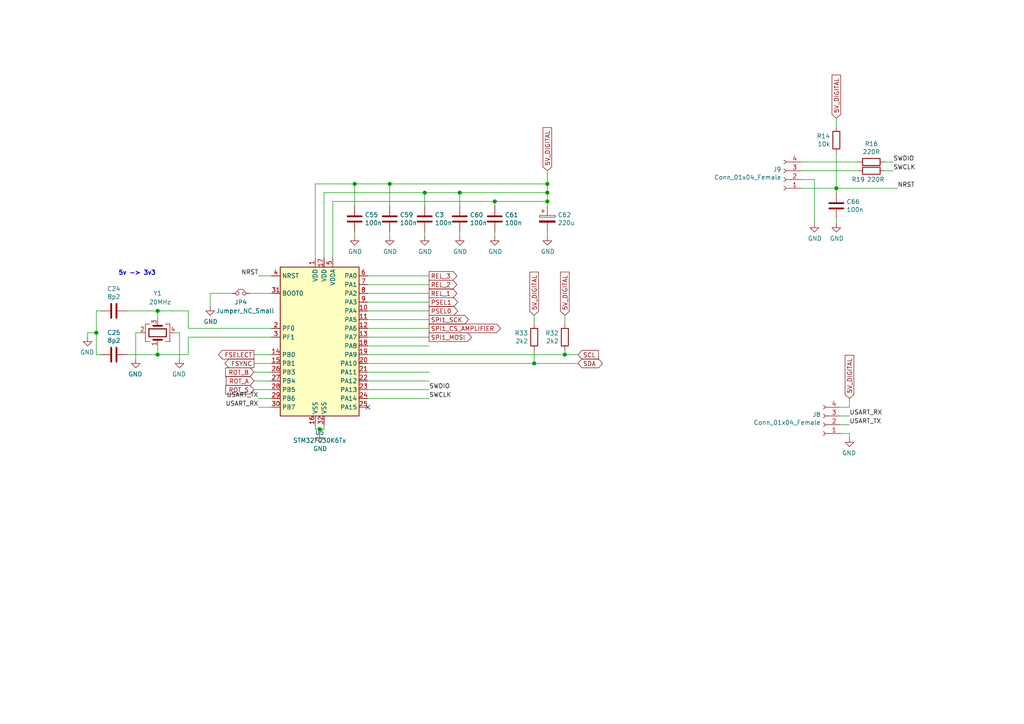
<source format=kicad_sch>
(kicad_sch (version 20231120) (generator "eeschema") (generator_version "8.0")
  (paper "A4")
  (lib_symbols
    (symbol "Connector:Conn_01x04_Female" (pin_names (offset 1.016) hide)
      (property "Reference" "J" (at 0 5.08 0))
      (property "Value" "Conn_01x04_Female" (at 0 -7.62 0))
      (symbol "Conn_01x04_Female_1_1"
        (arc (start 0 -4.572) (mid -0.5058 -5.08) (end 0 -5.588) (stroke (width 0.1524)))
        (arc (start 0 -2.032) (mid -0.5058 -2.54) (end 0 -3.048) (stroke (width 0.1524)))
        (polyline (pts (xy -1.27 -5.08) (xy -0.508 -5.08)) (stroke (width 0.1524)))
        (polyline (pts (xy -1.27 -2.54) (xy -0.508 -2.54)) (stroke (width 0.1524)))
        (polyline (pts (xy -1.27 0) (xy -0.508 0)) (stroke (width 0.1524)))
        (polyline (pts (xy -1.27 2.54) (xy -0.508 2.54)) (stroke (width 0.1524)))
        (arc (start 0 0.508) (mid -0.5058 0) (end 0 -0.508) (stroke (width 0.1524)))
        (arc (start 0 3.048) (mid -0.5058 2.54) (end 0 2.032) (stroke (width 0.1524)))
        (pin passive line (at -5.08 2.54 0) (length 3.81) (name "Pin_1") (number "1"))
        (pin passive line (at -5.08 0 0) (length 3.81) (name "Pin_2") (number "2"))
        (pin passive line (at -5.08 -2.54 0) (length 3.81) (name "Pin_3") (number "3"))
        (pin passive line (at -5.08 -5.08 0) (length 3.81) (name "Pin_4") (number "4"))
      )
    )
    (symbol "Device:C" (pin_numbers hide) (pin_names (offset 0.254))
      (property "Reference" "C" (at 0.635 2.54 0))
      (property "Value" "C" (at 0.635 -2.54 0))
      (symbol "C_0_1"
        (polyline (pts (xy -2.032 -0.762) (xy 2.032 -0.762)) (stroke (width 0.508)))
        (polyline (pts (xy -2.032 0.762) (xy 2.032 0.762)) (stroke (width 0.508)))
      )
      (symbol "C_1_1"
        (pin passive line (at 0 3.81 270) (length 2.794) (name "~") (number "1"))
        (pin passive line (at 0 -3.81 90) (length 2.794) (name "~") (number "2"))
      )
    )
    (symbol "Device:CP" (pin_numbers hide) (pin_names (offset 0.254))
      (property "Reference" "C" (at 0.635 2.54 0))
      (property "Value" "CP" (at 0.635 -2.54 0))
      (symbol "CP_0_1"
        (rectangle (start -2.286 0.508) (end 2.286 1.016))
        (polyline (pts (xy -1.778 2.286) (xy -0.762 2.286)))
        (polyline (pts (xy -1.27 2.794) (xy -1.27 1.778)))
        (rectangle (start 2.286 -0.508) (end -2.286 -1.016) (fill (type outline)))
      )
      (symbol "CP_1_1"
        (pin passive line (at 0 3.81 270) (length 2.794) (name "~") (number "1"))
        (pin passive line (at 0 -3.81 90) (length 2.794) (name "~") (number "2"))
      )
    )
    (symbol "Device:Crystal_GND24" (pin_names (offset 1.016) hide)
      (property "Reference" "Y" (at 3.175 5.08 0))
      (property "Value" "Crystal_GND24" (at 3.175 3.175 0))
      (symbol "Crystal_GND24_0_1"
        (rectangle (start -1.143 2.54) (end 1.143 -2.54) (stroke (width 0.3048)))
        (polyline (pts (xy -2.54 0) (xy -2.032 0)))
        (polyline (pts (xy -2.032 -1.27) (xy -2.032 1.27)) (stroke (width 0.508)))
        (polyline (pts (xy 0 -3.81) (xy 0 -3.556)))
        (polyline (pts (xy 0 3.556) (xy 0 3.81)))
        (polyline (pts (xy 2.032 -1.27) (xy 2.032 1.27)) (stroke (width 0.508)))
        (polyline (pts (xy 2.032 0) (xy 2.54 0)))
        (polyline (pts (xy -2.54 -2.286) (xy -2.54 -3.556) (xy 2.54 -3.556) (xy 2.54 -2.286)))
        (polyline (pts (xy -2.54 2.286) (xy -2.54 3.556) (xy 2.54 3.556) (xy 2.54 2.286)))
      )
      (symbol "Crystal_GND24_1_1"
        (pin passive line (at -3.81 0 0) (length 1.27) (name "1") (number "1"))
        (pin passive line (at 0 5.08 270) (length 1.27) (name "2") (number "2"))
        (pin passive line (at 3.81 0 180) (length 1.27) (name "3") (number "3"))
        (pin passive line (at 0 -5.08 90) (length 1.27) (name "4") (number "4"))
      )
    )
    (symbol "Device:Jumper_NC_Small" (pin_numbers hide) (pin_names (offset 0.762) hide)
      (property "Reference" "JP" (at 0 2.032 0))
      (property "Value" "Jumper_NC_Small" (at 0.254 -1.524 0))
      (symbol "Jumper_NC_Small_0_1"
        (circle (center -1.016 0) (radius 0.508))
        (circle (center 1.016 0) (radius 0.508))
        (arc (start 1.016 0.762) (mid 0 1.1828) (end -1.016 0.762))
        (pin passive line (at -2.54 0 0) (length 1.016) (name "1") (number "1"))
        (pin passive line (at 2.54 0 180) (length 1.016) (name "2") (number "2"))
      )
    )
    (symbol "Device:R" (pin_numbers hide) (pin_names (offset 0))
      (property "Reference" "R" (at 2.032 0 90))
      (property "Value" "R" (at 0 0 90))
      (symbol "R_0_1"
        (rectangle (start -1.016 -2.54) (end 1.016 2.54) (stroke (width 0.254)))
      )
      (symbol "R_1_1"
        (pin passive line (at 0 3.81 270) (length 1.27) (name "~") (number "1"))
        (pin passive line (at 0 -3.81 90) (length 1.27) (name "~") (number "2"))
      )
    )
    (symbol "MCU_ST_STM32F0:STM32F030K6Tx"
      (property "Reference" "U" (at -12.7 21.59 0))
      (property "Value" "STM32F030K6Tx" (at 5.08 21.59 0))
      (symbol "STM32F030K6Tx_0_1"
        (rectangle (start -12.7 -22.86) (end 10.16 20.32) (stroke (width 0.254)) (fill (type background)))
      )
      (symbol "STM32F030K6Tx_1_1"
        (pin power_in line (at -2.54 22.86 270) (length 2.54) (name "VDD") (number "1"))
        (pin bidirectional line (at 12.7 7.62 180) (length 2.54) (name "PA4") (number "10"))
        (pin bidirectional line (at 12.7 5.08 180) (length 2.54) (name "PA5") (number "11"))
        (pin bidirectional line (at 12.7 2.54 180) (length 2.54) (name "PA6") (number "12"))
        (pin bidirectional line (at 12.7 0 180) (length 2.54) (name "PA7") (number "13"))
        (pin bidirectional line (at -15.24 -5.08 0) (length 2.54) (name "PB0") (number "14"))
        (pin bidirectional line (at -15.24 -7.62 0) (length 2.54) (name "PB1") (number "15"))
        (pin power_in line (at -2.54 -25.4 90) (length 2.54) (name "VSS") (number "16"))
        (pin power_in line (at 0 22.86 270) (length 2.54) (name "VDD") (number "17"))
        (pin bidirectional line (at 12.7 -2.54 180) (length 2.54) (name "PA8") (number "18"))
        (pin bidirectional line (at 12.7 -5.08 180) (length 2.54) (name "PA9") (number "19"))
        (pin input line (at -15.24 2.54 0) (length 2.54) (name "PF0") (number "2"))
        (pin bidirectional line (at 12.7 -7.62 180) (length 2.54) (name "PA10") (number "20"))
        (pin bidirectional line (at 12.7 -10.16 180) (length 2.54) (name "PA11") (number "21"))
        (pin bidirectional line (at 12.7 -12.7 180) (length 2.54) (name "PA12") (number "22"))
        (pin bidirectional line (at 12.7 -15.24 180) (length 2.54) (name "PA13") (number "23"))
        (pin bidirectional line (at 12.7 -17.78 180) (length 2.54) (name "PA14") (number "24"))
        (pin bidirectional line (at 12.7 -20.32 180) (length 2.54) (name "PA15") (number "25"))
        (pin bidirectional line (at -15.24 -10.16 0) (length 2.54) (name "PB3") (number "26"))
        (pin bidirectional line (at -15.24 -12.7 0) (length 2.54) (name "PB4") (number "27"))
        (pin bidirectional line (at -15.24 -15.24 0) (length 2.54) (name "PB5") (number "28"))
        (pin bidirectional line (at -15.24 -17.78 0) (length 2.54) (name "PB6") (number "29"))
        (pin input line (at -15.24 0 0) (length 2.54) (name "PF1") (number "3"))
        (pin bidirectional line (at -15.24 -20.32 0) (length 2.54) (name "PB7") (number "30"))
        (pin input line (at -15.24 12.7 0) (length 2.54) (name "BOOT0") (number "31"))
        (pin power_in line (at 0 -25.4 90) (length 2.54) (name "VSS") (number "32"))
        (pin input line (at -15.24 17.78 0) (length 2.54) (name "NRST") (number "4"))
        (pin power_in line (at 2.54 22.86 270) (length 2.54) (name "VDDA") (number "5"))
        (pin bidirectional line (at 12.7 17.78 180) (length 2.54) (name "PA0") (number "6"))
        (pin bidirectional line (at 12.7 15.24 180) (length 2.54) (name "PA1") (number "7"))
        (pin bidirectional line (at 12.7 12.7 180) (length 2.54) (name "PA2") (number "8"))
        (pin bidirectional line (at 12.7 10.16 180) (length 2.54) (name "PA3") (number "9"))
      )
    )
    (symbol "power:GND" (power) (pin_names (offset 0))
      (property "Value" "GND" (at 0 -3.81 0))
      (symbol "GND_0_1"
        (polyline (pts (xy 0 0) (xy 0 -1.27) (xy 1.27 -1.27) (xy 0 -2.54) (xy -1.27 -1.27) (xy 0 -1.27)))
      )
      (symbol "GND_1_1"
        (pin power_in line (at 0 0 270) (length 0) hide (name "GND") (number "1"))
      )
    )
  )
  (junction (at 123.19 55.88) (diameter 1.016))
  (junction (at 158.75 53.34) (diameter 1.016))
  (junction (at 113.03 53.34) (diameter 1.016))
  (junction (at 158.75 58.42) (diameter 1.016))
  (junction (at 133.35 55.88) (diameter 1.016))
  (junction (at 154.94 105.41) (diameter 1.016))
  (junction (at 163.83 102.87) (diameter 1.016))
  (junction (at 143.51 58.42) (diameter 1.016))
  (junction (at 45.72 102.87) (diameter 1.016))
  (junction (at 45.72 90.17) (diameter 1.016))
  (junction (at 92.71 124.46) (diameter 1.016))
  (junction (at 242.57 54.61) (diameter 1.016))
  (junction (at 27.94 96.52) (diameter 1.016))
  (junction (at 158.75 55.88) (diameter 1.016))
  (junction (at 102.87 53.34) (diameter 1.016))
  (no_connect (at 106.68 118.11))
  (wire (pts (xy 27.94 96.52) (xy 27.94 102.87)))
  (wire (pts (xy 154.94 93.98) (xy 154.94 91.44)))
  (wire (pts (xy 91.44 124.46) (xy 92.71 124.46)))
  (wire (pts (xy 163.83 101.6) (xy 163.83 102.87)))
  (wire (pts (xy 232.41 49.53) (xy 248.92 49.53)))
  (wire (pts (xy 45.72 102.87) (xy 45.72 100.33)))
  (wire (pts (xy 242.57 54.61) (xy 242.57 55.88)))
  (wire (pts (xy 78.74 110.49) (xy 73.66 110.49)))
  (wire (pts (xy 106.68 97.79) (xy 124.46 97.79)))
  (wire (pts (xy 52.07 96.52) (xy 52.07 104.14)))
  (wire (pts (xy 243.84 118.11) (xy 246.38 118.11)))
  (wire (pts (xy 102.87 59.69) (xy 102.87 53.34)))
  (wire (pts (xy 78.74 80.01) (xy 74.93 80.01)))
  (wire (pts (xy 36.83 90.17) (xy 45.72 90.17)))
  (wire (pts (xy 113.03 59.69) (xy 113.03 53.34)))
  (wire (pts (xy 133.35 55.88) (xy 158.75 55.88)))
  (wire (pts (xy 243.84 125.73) (xy 246.38 125.73)))
  (wire (pts (xy 246.38 125.73) (xy 246.38 127)))
  (wire (pts (xy 67.31 85.09) (xy 60.96 85.09)))
  (wire (pts (xy 123.19 59.69) (xy 123.19 55.88)))
  (wire (pts (xy 54.61 90.17) (xy 45.72 90.17)))
  (wire (pts (xy 29.21 102.87) (xy 27.94 102.87)))
  (wire (pts (xy 96.52 74.93) (xy 96.52 58.42)))
  (wire (pts (xy 39.37 96.52) (xy 39.37 104.14)))
  (wire (pts (xy 154.94 101.6) (xy 154.94 105.41)))
  (wire (pts (xy 91.44 74.93) (xy 91.44 53.34)))
  (wire (pts (xy 60.96 85.09) (xy 60.96 88.9)))
  (wire (pts (xy 54.61 97.79) (xy 54.61 102.87)))
  (wire (pts (xy 242.57 36.83) (xy 242.57 34.29)))
  (wire (pts (xy 78.74 107.95) (xy 73.66 107.95)))
  (wire (pts (xy 73.66 113.03) (xy 78.74 113.03)))
  (wire (pts (xy 158.75 55.88) (xy 158.75 53.34)))
  (wire (pts (xy 143.51 68.58) (xy 143.51 67.31)))
  (wire (pts (xy 92.71 125.73) (xy 92.71 124.46)))
  (wire (pts (xy 158.75 59.69) (xy 158.75 58.42)))
  (wire (pts (xy 163.83 93.98) (xy 163.83 91.44)))
  (wire (pts (xy 78.74 95.25) (xy 54.61 95.25)))
  (wire (pts (xy 124.46 82.55) (xy 106.68 82.55)))
  (wire (pts (xy 260.35 54.61) (xy 242.57 54.61)))
  (wire (pts (xy 124.46 80.01) (xy 106.68 80.01)))
  (wire (pts (xy 78.74 85.09) (xy 72.39 85.09)))
  (wire (pts (xy 91.44 53.34) (xy 102.87 53.34)))
  (wire (pts (xy 102.87 68.58) (xy 102.87 67.31)))
  (wire (pts (xy 78.74 105.41) (xy 73.66 105.41)))
  (wire (pts (xy 113.03 53.34) (xy 158.75 53.34)))
  (wire (pts (xy 124.46 110.49) (xy 106.68 110.49)))
  (wire (pts (xy 93.98 55.88) (xy 123.19 55.88)))
  (wire (pts (xy 236.22 52.07) (xy 236.22 64.77)))
  (wire (pts (xy 25.4 96.52) (xy 27.94 96.52)))
  (wire (pts (xy 54.61 102.87) (xy 45.72 102.87)))
  (wire (pts (xy 106.68 115.57) (xy 124.46 115.57)))
  (wire (pts (xy 92.71 124.46) (xy 93.98 124.46)))
  (wire (pts (xy 78.74 115.57) (xy 74.93 115.57)))
  (wire (pts (xy 91.44 123.19) (xy 91.44 124.46)))
  (wire (pts (xy 93.98 124.46) (xy 93.98 123.19)))
  (wire (pts (xy 106.68 92.71) (xy 124.46 92.71)))
  (wire (pts (xy 232.41 52.07) (xy 236.22 52.07)))
  (wire (pts (xy 96.52 58.42) (xy 143.51 58.42)))
  (wire (pts (xy 123.19 55.88) (xy 133.35 55.88)))
  (wire (pts (xy 36.83 102.87) (xy 45.72 102.87)))
  (wire (pts (xy 45.72 90.17) (xy 45.72 92.71)))
  (wire (pts (xy 163.83 102.87) (xy 167.64 102.87)))
  (wire (pts (xy 25.4 97.79) (xy 25.4 96.52)))
  (wire (pts (xy 133.35 68.58) (xy 133.35 67.31)))
  (wire (pts (xy 29.21 90.17) (xy 27.94 90.17)))
  (wire (pts (xy 78.74 97.79) (xy 54.61 97.79)))
  (wire (pts (xy 158.75 53.34) (xy 158.75 49.53)))
  (wire (pts (xy 154.94 105.41) (xy 167.64 105.41)))
  (wire (pts (xy 78.74 102.87) (xy 73.66 102.87)))
  (wire (pts (xy 102.87 53.34) (xy 113.03 53.34)))
  (wire (pts (xy 124.46 87.63) (xy 106.68 87.63)))
  (wire (pts (xy 232.41 46.99) (xy 248.92 46.99)))
  (wire (pts (xy 256.54 49.53) (xy 259.08 49.53)))
  (wire (pts (xy 54.61 95.25) (xy 54.61 90.17)))
  (wire (pts (xy 78.74 118.11) (xy 74.93 118.11)))
  (wire (pts (xy 242.57 54.61) (xy 242.57 44.45)))
  (wire (pts (xy 256.54 46.99) (xy 259.08 46.99)))
  (wire (pts (xy 113.03 68.58) (xy 113.03 67.31)))
  (wire (pts (xy 124.46 100.33) (xy 106.68 100.33)))
  (wire (pts (xy 158.75 58.42) (xy 158.75 55.88)))
  (wire (pts (xy 242.57 64.77) (xy 242.57 63.5)))
  (wire (pts (xy 50.8 96.52) (xy 52.07 96.52)))
  (wire (pts (xy 158.75 68.58) (xy 158.75 67.31)))
  (wire (pts (xy 124.46 107.95) (xy 106.68 107.95)))
  (wire (pts (xy 27.94 90.17) (xy 27.94 96.52)))
  (wire (pts (xy 106.68 95.25) (xy 124.46 95.25)))
  (wire (pts (xy 243.84 120.65) (xy 246.38 120.65)))
  (wire (pts (xy 106.68 105.41) (xy 154.94 105.41)))
  (wire (pts (xy 243.84 123.19) (xy 246.38 123.19)))
  (wire (pts (xy 143.51 59.69) (xy 143.51 58.42)))
  (wire (pts (xy 40.64 96.52) (xy 39.37 96.52)))
  (wire (pts (xy 232.41 54.61) (xy 242.57 54.61)))
  (wire (pts (xy 93.98 74.93) (xy 93.98 55.88)))
  (wire (pts (xy 123.19 68.58) (xy 123.19 67.31)))
  (wire (pts (xy 106.68 113.03) (xy 124.46 113.03)))
  (wire (pts (xy 246.38 118.11) (xy 246.38 115.57)))
  (wire (pts (xy 133.35 59.69) (xy 133.35 55.88)))
  (wire (pts (xy 106.68 102.87) (xy 163.83 102.87)))
  (wire (pts (xy 106.68 85.09) (xy 124.46 85.09)))
  (wire (pts (xy 124.46 90.17) (xy 106.68 90.17)))
  (wire (pts (xy 143.51 58.42) (xy 158.75 58.42)))
  (text "5v -> 3v3" (at 34.29 80.01 0) (effects (font (size 1.27 1.27) (thickness 0.254) (bold yes)) (justify left bottom)))
  (label "NRST" (at 74.93 80.01 180))
  (label "SWCLK" (at 259.08 49.53 0))
  (label "USART_RX" (at 246.38 120.65 0))
  (label "NRST" (at 260.35 54.61 0))
  (label "SWCLK" (at 124.46 115.57 0))
  (label "USART_TX" (at 74.93 115.57 180))
  (label "SWDIO" (at 124.46 113.03 0))
  (label "USART_TX" (at 246.38 123.19 0))
  (label "SWDIO" (at 259.08 46.99 0))
  (label "USART_RX" (at 74.93 118.11 180))
  (global_label "FSELECT" (shape output) (at 73.66 102.87 180) (property "Intersheetrefs" "${INTERSHEET_REFS}" (effects (hide yes))))
  (global_label "REL_2" (shape output) (at 124.46 82.55 0) (property "Intersheetrefs" "${INTERSHEET_REFS}" (effects (hide yes))))
  (global_label "5V_DIGITAL" (shape input) (at 246.38 115.57 90) (property "Intersheetrefs" "${INTERSHEET_REFS}" (effects (hide yes))))
  (global_label "SPI1_SCK" (shape output) (at 124.46 92.71 0) (property "Intersheetrefs" "${INTERSHEET_REFS}" (effects (hide yes))))
  (global_label "FSYNC" (shape output) (at 73.66 105.41 180) (property "Intersheetrefs" "${INTERSHEET_REFS}" (effects (hide yes))))
  (global_label "5V_DIGITAL" (shape input) (at 158.75 49.53 90) (property "Intersheetrefs" "${INTERSHEET_REFS}" (effects (hide yes))))
  (global_label "5V_DIGITAL" (shape input) (at 163.83 91.44 90) (property "Intersheetrefs" "${INTERSHEET_REFS}" (effects (hide yes))))
  (global_label "5V_DIGITAL" (shape input) (at 154.94 91.44 90) (property "Intersheetrefs" "${INTERSHEET_REFS}" (effects (hide yes))))
  (global_label "REL_1" (shape output) (at 124.46 85.09 0) (property "Intersheetrefs" "${INTERSHEET_REFS}" (effects (hide yes))))
  (global_label "SCL" (shape input) (at 167.64 102.87 0) (property "Intersheetrefs" "${INTERSHEET_REFS}" (effects (hide yes))))
  (global_label "SDA" (shape bidirectional) (at 167.64 105.41 0) (property "Intersheetrefs" "${INTERSHEET_REFS}" (effects (hide yes))))
  (global_label "SPI1_MOSI" (shape output) (at 124.46 97.79 0) (property "Intersheetrefs" "${INTERSHEET_REFS}" (effects (hide yes))))
  (global_label "ROT_S" (shape input) (at 73.66 113.03 180) (property "Intersheetrefs" "${INTERSHEET_REFS}" (effects (hide yes))))
  (global_label "PSEL0" (shape output) (at 124.46 90.17 0) (property "Intersheetrefs" "${INTERSHEET_REFS}" (effects (hide yes))))
  (global_label "5V_DIGITAL" (shape input) (at 242.57 34.29 90) (property "Intersheetrefs" "${INTERSHEET_REFS}" (effects (hide yes))))
  (global_label "ROT_B" (shape input) (at 73.66 107.95 180) (property "Intersheetrefs" "${INTERSHEET_REFS}" (effects (hide yes))))
  (global_label "ROT_A" (shape input) (at 73.66 110.49 180) (property "Intersheetrefs" "${INTERSHEET_REFS}" (effects (hide yes))))
  (global_label "SPI1_CS_AMPLIFIER" (shape output) (at 124.46 95.25 0) (property "Intersheetrefs" "${INTERSHEET_REFS}" (effects (hide yes))))
  (global_label "PSEL1" (shape output) (at 124.46 87.63 0) (property "Intersheetrefs" "${INTERSHEET_REFS}" (effects (hide yes))))
  (global_label "REL_3" (shape output) (at 124.46 80.01 0) (property "Intersheetrefs" "${INTERSHEET_REFS}" (effects (hide yes))))
  (symbol (lib_id "Device:R") (at 163.83 97.79 0) (mirror y) (unit 1)
    (property "Reference" "R32" (at 162.052 96.6216 0) (effects (justify left)))
    (property "Value" "2k2" (at 162.052 98.933 0) (effects (justify left)))
    (property "Footprint" "Resistor_SMD:R_0402_1005Metric" (effects (hide yes)))
  )
  (symbol (lib_id "Device:R") (at 154.94 97.79 0) (mirror y) (unit 1)
    (property "Reference" "R33" (at 153.162 96.6216 0) (effects (justify left)))
    (property "Value" "2k2" (at 153.162 98.933 0) (effects (justify left)))
    (property "Footprint" "Resistor_SMD:R_0402_1005Metric" (effects (hide yes)))
  )
  (symbol (lib_id "power:GND") (at 123.19 68.58 0) (unit 1)
    (property "Reference" "#PWR063" (effects (hide yes)))
    (property "Value" "GND" (at 123.317 72.9742 0))
  )
  (symbol (lib_id "Device:C") (at 123.19 63.5 0) (unit 1)
    (property "Reference" "C3" (at 126.111 62.3316 0) (effects (justify left)))
    (property "Value" "100n" (at 126.111 64.643 0) (effects (justify left)))
    (property "Footprint" "Capacitor_SMD:C_0402_1005Metric" (effects (hide yes)))
  )
  (symbol (lib_id "MCU_ST_STM32F0:STM32F030K6Tx") (at 93.98 97.79 0) (unit 1)
    (property "Reference" "U5" (at 92.71 125.4506 0))
    (property "Value" "STM32F030K6Tx" (at 92.71 127.762 0))
    (property "Footprint" "Package_QFP:LQFP-32_7x7mm_P0.8mm" (effects (hide yes)))
    (property "Datasheet" "http://www.st.com/st-web-ui/static/active/en/resource/technical/document/datasheet/DM00088500.pdf" (effects (hide yes)))
  )
  (symbol (lib_id "Device:C") (at 33.02 102.87 90) (mirror x) (unit 1)
    (property "Reference" "C25" (at 33.02 96.4692 90))
    (property "Value" "8p2" (at 33.02 98.7806 90))
    (property "Footprint" "Capacitor_SMD:C_0402_1005Metric" (effects (hide yes)))
  )
  (symbol (lib_id "power:GND") (at 25.4 97.79 0) (mirror y) (unit 1)
    (property "Reference" "#PWR013" (effects (hide yes)))
    (property "Value" "GND" (at 25.273 102.1842 0))
  )
  (symbol (lib_id "Device:C") (at 33.02 90.17 90) (mirror x) (unit 1)
    (property "Reference" "C24" (at 33.02 83.7692 90))
    (property "Value" "8p2" (at 33.02 86.0806 90))
    (property "Footprint" "Capacitor_SMD:C_0402_1005Metric" (effects (hide yes)))
  )
  (symbol (lib_id "power:GND") (at 92.71 125.73 0) (unit 1)
    (property "Reference" "#PWR0107" (effects (hide yes)))
    (property "Value" "GND" (at 92.837 130.1242 0))
  )
  (symbol (lib_id "Connector:Conn_01x04_Female") (at 238.76 123.19 180) (unit 1)
    (property "Reference" "J8" (at 238.0488 120.2436 0) (effects (justify left)))
    (property "Value" "Conn_01x04_Female" (at 238.0488 122.555 0) (effects (justify left)))
    (property "Footprint" "Connector_PinHeader_2.54mm:PinHeader_1x04_P2.54mm_Vertical" (effects (hide yes)))
  )
  (symbol (lib_id "power:GND") (at 246.38 127 0) (mirror y) (unit 1)
    (property "Reference" "#PWR080" (effects (hide yes)))
    (property "Value" "GND" (at 246.253 131.3942 0))
  )
  (symbol (lib_id "power:GND") (at 102.87 68.58 0) (unit 1)
    (property "Reference" "#PWR059" (effects (hide yes)))
    (property "Value" "GND" (at 102.997 72.9742 0))
  )
  (symbol (lib_id "Device:C") (at 102.87 63.5 0) (unit 1)
    (property "Reference" "C55" (at 105.791 62.3316 0) (effects (justify left)))
    (property "Value" "100n" (at 105.791 64.643 0) (effects (justify left)))
    (property "Footprint" "Capacitor_SMD:C_0402_1005Metric" (effects (hide yes)))
  )
  (symbol (lib_id "power:GND") (at 143.51 68.58 0) (unit 1)
    (property "Reference" "#PWR079" (effects (hide yes)))
    (property "Value" "GND" (at 143.637 72.9742 0))
  )
  (symbol (lib_id "Device:C") (at 143.51 63.5 0) (unit 1)
    (property "Reference" "C61" (at 146.431 62.3316 0) (effects (justify left)))
    (property "Value" "100n" (at 146.431 64.643 0) (effects (justify left)))
    (property "Footprint" "Capacitor_SMD:C_0402_1005Metric" (effects (hide yes)))
  )
  (symbol (lib_id "power:GND") (at 113.03 68.58 0) (unit 1)
    (property "Reference" "#PWR073" (effects (hide yes)))
    (property "Value" "GND" (at 113.157 72.9742 0))
  )
  (symbol (lib_id "Device:C") (at 113.03 63.5 0) (unit 1)
    (property "Reference" "C59" (at 115.951 62.3316 0) (effects (justify left)))
    (property "Value" "100n" (at 115.951 64.643 0) (effects (justify left)))
    (property "Footprint" "Capacitor_SMD:C_0402_1005Metric" (effects (hide yes)))
  )
  (symbol (lib_id "power:GND") (at 133.35 68.58 0) (unit 1)
    (property "Reference" "#PWR076" (effects (hide yes)))
    (property "Value" "GND" (at 133.477 72.9742 0))
  )
  (symbol (lib_id "Device:C") (at 133.35 63.5 0) (unit 1)
    (property "Reference" "C60" (at 136.271 62.3316 0) (effects (justify left)))
    (property "Value" "100n" (at 136.271 64.643 0) (effects (justify left)))
    (property "Footprint" "Capacitor_SMD:C_0402_1005Metric" (effects (hide yes)))
  )
  (symbol (lib_id "Device:CP") (at 158.75 63.5 0) (unit 1)
    (property "Reference" "C62" (at 161.7472 62.3316 0) (effects (justify left)))
    (property "Value" "220u" (at 161.7472 64.643 0) (effects (justify left)))
    (property "Footprint" "Capacitor_SMD:CP_Elec_6.3x5.8" (effects (hide yes)))
  )
  (symbol (lib_id "power:GND") (at 158.75 68.58 0) (unit 1)
    (property "Reference" "#PWR0101" (effects (hide yes)))
    (property "Value" "GND" (at 158.877 72.9742 0))
  )
  (symbol (lib_id "Device:Crystal_GND24") (at 45.72 96.52 90) (unit 1)
    (property "Reference" "Y1" (at 44.45 85.09 90) (effects (justify right)))
    (property "Value" "20MHz" (at 43.18 87.63 90) (effects (justify right)))
    (property "Footprint" "Oscillator:Oscillator_SMD_EuroQuartz_XO53-4Pin_5.0x3.2mm" (effects (hide yes)))
  )
  (symbol (lib_id "power:GND") (at 39.37 104.14 0) (mirror y) (unit 1)
    (property "Reference" "#PWR0102" (effects (hide yes)))
    (property "Value" "GND" (at 39.243 108.5342 0))
  )
  (symbol (lib_id "power:GND") (at 52.07 104.14 0) (mirror y) (unit 1)
    (property "Reference" "#PWR0103" (effects (hide yes)))
    (property "Value" "GND" (at 51.943 108.5342 0))
  )
  (symbol (lib_id "power:GND") (at 242.57 64.77 0) (unit 1)
    (property "Reference" "#PWR086" (effects (hide yes)))
    (property "Value" "GND" (at 242.697 69.1642 0))
  )
  (symbol (lib_id "Device:C") (at 242.57 59.69 0) (unit 1)
    (property "Reference" "C66" (at 245.491 58.5216 0) (effects (justify left)))
    (property "Value" "100n" (at 245.491 60.833 0) (effects (justify left)))
    (property "Footprint" "Capacitor_SMD:C_0402_1005Metric" (effects (hide yes)))
  )
  (symbol (lib_id "Device:R") (at 242.57 40.64 0) (mirror y) (unit 1)
    (property "Reference" "R14" (at 240.792 39.4716 0) (effects (justify left)))
    (property "Value" "10k" (at 240.792 41.783 0) (effects (justify left)))
    (property "Footprint" "Resistor_SMD:R_0402_1005Metric" (effects (hide yes)))
  )
  (symbol (lib_id "Device:Jumper_NC_Small") (at 69.85 85.09 0) (unit 1)
    (property "Reference" "JP4" (at 69.85 87.63 0))
    (property "Value" "Jumper_NC_Small" (at 71.12 90.17 0))
    (property "Footprint" "Jumper:SolderJumper-2_P1.3mm_Bridged2Bar_RoundedPad1.0x1.5mm" (effects (hide yes)))
  )
  (symbol (lib_id "power:GND") (at 60.96 88.9 0) (unit 1)
    (property "Reference" "#PWR084" (effects (hide yes)))
    (property "Value" "GND" (at 61.087 93.2942 0))
  )
  (symbol (lib_id "Device:R") (at 252.73 46.99 270) (mirror x) (unit 1)
    (property "Reference" "R16" (at 252.73 41.7322 90))
    (property "Value" "220R" (at 252.73 44.0436 90))
    (property "Footprint" "Resistor_SMD:R_0402_1005Metric" (effects (hide yes)))
  )
  (symbol (lib_id "Device:R") (at 252.73 49.53 270) (mirror x) (unit 1)
    (property "Reference" "R19" (at 248.92 52.07 90))
    (property "Value" "220R" (at 254 52.07 90))
    (property "Footprint" "Resistor_SMD:R_0402_1005Metric" (effects (hide yes)))
  )
  (symbol (lib_id "Connector:Conn_01x04_Female") (at 227.33 52.07 180) (unit 1)
    (property "Reference" "J9" (at 226.6188 49.1236 0) (effects (justify left)))
    (property "Value" "Conn_01x04_Female" (at 226.6188 51.435 0) (effects (justify left)))
    (property "Footprint" "Connector_PinHeader_2.54mm:PinHeader_1x04_P2.54mm_Vertical" (effects (hide yes)))
  )
  (symbol (lib_id "power:GND") (at 236.22 64.77 0) (unit 1)
    (property "Reference" "#PWR085" (effects (hide yes)))
    (property "Value" "GND" (at 236.347 69.1642 0))
  )
)
</source>
